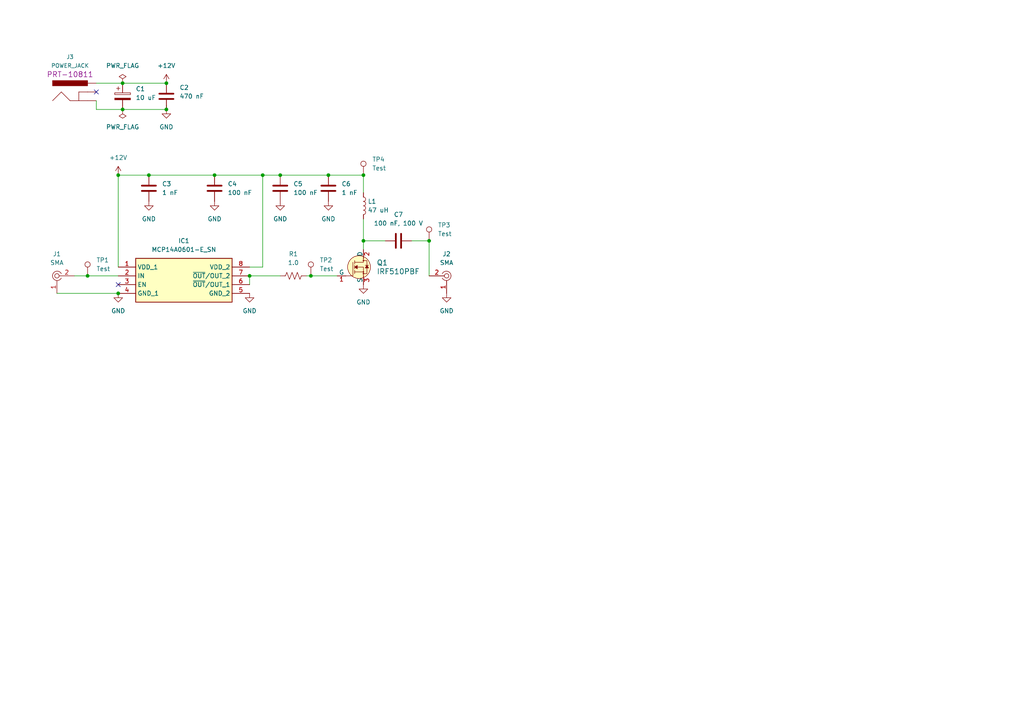
<source format=kicad_sch>
(kicad_sch (version 20230121) (generator eeschema)
  (paper "A4")
  (lib_symbols
    (symbol "Connector:TestPoint" (pin_numbers hide) (pin_names (offset 0.762) hide)
      (property "Reference" "TP" (at 0 6.858 0))
      (property "Value" "TestPoint" (at 0 5.08 0))
      (symbol "TestPoint_0_1"
        (circle (center 0 3.302) (radius 0.762))
      )
      (symbol "TestPoint_1_1"
        (pin passive line (at 0 0 90) (length 2.54) (name "1") (number "1"))
      )
    )
    (symbol "Device:C" (pin_numbers hide) (pin_names (offset 0.254))
      (property "Reference" "C" (at 0.635 2.54 0))
      (property "Value" "C" (at 0.635 -2.54 0))
      (symbol "C_0_1"
        (polyline (pts (xy -2.032 -0.762) (xy 2.032 -0.762)) (stroke (width 0.508)))
        (polyline (pts (xy -2.032 0.762) (xy 2.032 0.762)) (stroke (width 0.508)))
      )
      (symbol "C_1_1"
        (pin passive line (at 0 3.81 270) (length 2.794) (name "~") (number "1"))
        (pin passive line (at 0 -3.81 90) (length 2.794) (name "~") (number "2"))
      )
    )
    (symbol "Device:C_Polarized" (pin_numbers hide) (pin_names (offset 0.254))
      (property "Reference" "C" (at 0.635 2.54 0))
      (property "Value" "C_Polarized" (at 0.635 -2.54 0))
      (symbol "C_Polarized_0_1"
        (rectangle (start -2.286 0.508) (end 2.286 1.016))
        (polyline (pts (xy -1.778 2.286) (xy -0.762 2.286)))
        (polyline (pts (xy -1.27 2.794) (xy -1.27 1.778)))
        (rectangle (start 2.286 -0.508) (end -2.286 -1.016) (fill (type outline)))
      )
      (symbol "C_Polarized_1_1"
        (pin passive line (at 0 3.81 270) (length 2.794) (name "~") (number "1"))
        (pin passive line (at 0 -3.81 90) (length 2.794) (name "~") (number "2"))
      )
    )
    (symbol "Device:L" (pin_numbers hide) (pin_names (offset 1.016) hide)
      (property "Reference" "L" (at -1.27 0 90))
      (property "Value" "L" (at 1.905 0 90))
      (symbol "L_0_1"
        (arc (start 0 -2.54) (mid 0.6323 -1.905) (end 0 -1.27))
        (arc (start 0 -1.27) (mid 0.6323 -0.635) (end 0 0))
        (arc (start 0 0) (mid 0.6323 0.635) (end 0 1.27))
        (arc (start 0 1.27) (mid 0.6323 1.905) (end 0 2.54))
      )
      (symbol "L_1_1"
        (pin passive line (at 0 3.81 270) (length 1.27) (name "1") (number "1"))
        (pin passive line (at 0 -3.81 90) (length 1.27) (name "2") (number "2"))
      )
    )
    (symbol "Device:R_US" (pin_numbers hide) (pin_names (offset 0))
      (property "Reference" "R" (at 2.54 0 90))
      (property "Value" "R_US" (at -2.54 0 90))
      (symbol "R_US_0_1"
        (polyline (pts (xy 0 -2.286) (xy 0 -2.54)))
        (polyline (pts (xy 0 2.286) (xy 0 2.54)))
        (polyline (pts (xy 0 -0.762) (xy 1.016 -1.143) (xy 0 -1.524) (xy -1.016 -1.905) (xy 0 -2.286)))
        (polyline (pts (xy 0 0.762) (xy 1.016 0.381) (xy 0 0) (xy -1.016 -0.381) (xy 0 -0.762)))
        (polyline (pts (xy 0 2.286) (xy 1.016 1.905) (xy 0 1.524) (xy -1.016 1.143) (xy 0 0.762)))
      )
      (symbol "R_US_1_1"
        (pin passive line (at 0 3.81 270) (length 1.27) (name "~") (number "1"))
        (pin passive line (at 0 -3.81 90) (length 1.27) (name "~") (number "2"))
      )
    )
    (symbol "MCP14A0601-E_SN:MCP14A0601-E_SN"
      (property "Reference" "IC" (at 34.29 7.62 0))
      (property "Value" "MCP14A0601-E_SN" (at 34.29 5.08 0))
      (symbol "MCP14A0601-E_SN_1_1"
        (rectangle (start 5.08 2.54) (end 33.02 -10.16) (stroke (width 0.254)) (fill (type background)))
        (pin passive line (at 0 0 0) (length 5.08) (name "VDD_1") (number "1"))
        (pin passive line (at 0 -2.54 0) (length 5.08) (name "IN") (number "2"))
        (pin passive line (at 0 -5.08 0) (length 5.08) (name "EN") (number "3"))
        (pin passive line (at 0 -7.62 0) (length 5.08) (name "GND_1") (number "4"))
        (pin passive line (at 38.1 -7.62 180) (length 5.08) (name "GND_2") (number "5"))
        (pin passive line (at 38.1 -5.08 180) (length 5.08) (name "~{OUT}/OUT_1") (number "6"))
        (pin passive line (at 38.1 -2.54 180) (length 5.08) (name "~{OUT}/OUT_2") (number "7"))
        (pin passive line (at 38.1 0 180) (length 5.08) (name "VDD_2") (number "8"))
      )
    )
    (symbol "SparkFun-Connectors:POWER_JACKPTH_BREAD" (pin_numbers hide) (pin_names (offset 1.016) hide)
      (property "Reference" "J" (at -7.62 3.81 0))
      (property "Value" "POWER_JACKPTH_BREAD" (at -7.62 -5.08 0))
      (property "Field4" "PRT-10811" (at 0 7.62 0))
      (symbol "POWER_JACKPTH_BREAD_1_0"
        (polyline (pts (xy -7.62 -2.54) (xy -5.08 0)))
        (polyline (pts (xy -5.08 0) (xy -2.54 -2.54)))
        (polyline (pts (xy -2.54 -2.54) (xy 0 -2.54)))
        (polyline (pts (xy 0 -2.54) (xy 0 0)))
        (polyline (pts (xy 0 -2.54) (xy 2.54 -2.54)))
        (polyline (pts (xy 0 0) (xy 2.54 0)))
      )
      (symbol "POWER_JACKPTH_BREAD_1_1"
        (rectangle (start -7.62 1.778) (end 2.54 3.302) (fill (type outline)))
        (pin bidirectional line (at 5.08 -2.54 180) (length 2.54) (name "GND") (number "GND"))
        (pin bidirectional line (at 5.08 0 180) (length 2.54) (name "GNDBREAK") (number "GNDB"))
        (pin bidirectional line (at 5.08 2.54 180) (length 2.54) (name "PWR") (number "PWR"))
      )
    )
    (symbol "dk_Coaxial-Connectors-RF:5-1814400-1" (pin_names (offset 1.016))
      (property "Reference" "J" (at -1.27 1.27 0))
      (property "Value" "5-1814400-1" (at 1.27 -2.54 0))
      (symbol "5-1814400-1_1_1"
        (arc (start -1.27 0) (mid -0.2651 -1.3081) (end 1.27 -0.635))
        (circle (center 0 0) (radius 0.635))
        (arc (start 1.27 0.635) (mid -0.2496 1.3256) (end -1.27 0))
        (pin passive line (at 0 -5.08 90) (length 3.683) (name "~") (number "1"))
        (pin passive line (at 5.08 0 180) (length 4.445) (name "~") (number "2"))
      )
    )
    (symbol "dk_Transistors-FETs-MOSFETs-Single:IRF510PBF" (pin_names (offset 0))
      (property "Reference" "Q" (at -2.6924 3.6322 0))
      (property "Value" "IRF510PBF" (at 3.4544 0 90))
      (symbol "IRF510PBF_0_1"
        (circle (center -1.27 0) (radius 3.302) (fill (type background)))
        (circle (center 0 -1.905) (radius 0.127))
        (circle (center 0 -1.397) (radius 0.127))
        (polyline (pts (xy 0 -1.397) (xy -2.54 -1.397)))
        (polyline (pts (xy -5.08 -2.54) (xy -3.048 -2.54) (xy -3.048 1.397)))
        (polyline (pts (xy 0 -2.54) (xy 0 0) (xy -2.54 0)))
        (polyline (pts (xy 0 2.54) (xy 0 1.397) (xy -2.54 1.397)))
        (polyline (pts (xy -0.127 -1.905) (xy 1.016 -1.905) (xy 1.016 1.397) (xy 1.016 1.905) (xy -0.127 1.905)))
        (circle (center 0 1.905) (radius 0.127))
      )
      (symbol "IRF510PBF_1_1"
        (polyline (pts (xy -2.54 -1.397) (xy -2.54 -1.905)))
        (polyline (pts (xy -2.54 -1.397) (xy -2.54 -0.889)))
        (polyline (pts (xy -2.54 0) (xy -2.54 -0.508)))
        (polyline (pts (xy -2.54 0) (xy -2.54 0.508)))
        (polyline (pts (xy -2.54 1.905) (xy -2.54 0.889)))
        (polyline (pts (xy 1.524 0.508) (xy 0.508 0.508)))
        (polyline (pts (xy -2.54 0) (xy -1.778 0.508) (xy -1.778 -0.508) (xy -2.54 0)) (fill (type outline)))
        (polyline (pts (xy 1.016 0.508) (xy 0.508 -0.254) (xy 1.524 -0.254) (xy 1.016 0.508)) (fill (type outline)))
        (pin bidirectional line (at -7.62 -2.54 0) (length 2.54) (name "G") (number "1"))
        (pin bidirectional line (at 0 5.08 270) (length 2.54) (name "D") (number "2"))
        (pin bidirectional line (at 0 -5.08 90) (length 2.54) (name "S") (number "3"))
      )
    )
    (symbol "power:+12V" (power) (pin_names (offset 0))
      (property "Value" "+12V" (at 0 3.556 0))
      (symbol "+12V_0_1"
        (polyline (pts (xy -0.762 1.27) (xy 0 2.54)))
        (polyline (pts (xy 0 0) (xy 0 2.54)))
        (polyline (pts (xy 0 2.54) (xy 0.762 1.27)))
      )
      (symbol "+12V_1_1"
        (pin power_in line (at 0 0 90) (length 0) hide (name "+12V") (number "1"))
      )
    )
    (symbol "power:GND" (power) (pin_names (offset 0))
      (property "Value" "GND" (at 0 -3.81 0))
      (symbol "GND_0_1"
        (polyline (pts (xy 0 0) (xy 0 -1.27) (xy 1.27 -1.27) (xy 0 -2.54) (xy -1.27 -1.27) (xy 0 -1.27)))
      )
      (symbol "GND_1_1"
        (pin power_in line (at 0 0 270) (length 0) hide (name "GND") (number "1"))
      )
    )
    (symbol "power:PWR_FLAG" (power) (pin_numbers hide) (pin_names (offset 0) hide)
      (property "Value" "PWR_FLAG" (at 0 3.81 0))
      (symbol "PWR_FLAG_0_0"
        (pin power_out line (at 0 0 90) (length 0) (name "pwr") (number "1"))
      )
      (symbol "PWR_FLAG_0_1"
        (polyline (pts (xy 0 0) (xy 0 1.27) (xy -1.016 1.905) (xy 0 2.54) (xy 1.016 1.905) (xy 0 1.27)))
      )
    )
  )
  (junction (at 105.41 50.8))
  (junction (at 34.29 50.8))
  (junction (at 95.25 50.8))
  (junction (at 48.26 24.13))
  (junction (at 124.46 69.85))
  (junction (at 35.56 24.13))
  (junction (at 25.4 80.01))
  (junction (at 76.2 50.8))
  (junction (at 34.29 85.09))
  (junction (at 90.17 80.01))
  (junction (at 72.39 80.01))
  (junction (at 105.41 69.85))
  (junction (at 81.28 50.8))
  (junction (at 48.26 31.75))
  (junction (at 62.23 50.8))
  (junction (at 43.18 50.8))
  (junction (at 35.56 31.75))
  (no_connect (at 27.94 26.67))
  (no_connect (at 34.29 82.55))
  (wire (pts (xy 27.94 24.13) (xy 35.56 24.13)))
  (wire (pts (xy 34.29 50.8) (xy 43.18 50.8)))
  (wire (pts (xy 81.28 80.01) (xy 72.39 80.01)))
  (wire (pts (xy 48.26 30.48) (xy 48.26 31.75)))
  (wire (pts (xy 105.41 63.5) (xy 105.41 69.85)))
  (wire (pts (xy 90.17 80.01) (xy 97.79 80.01)))
  (wire (pts (xy 76.2 50.8) (xy 81.28 50.8)))
  (wire (pts (xy 43.18 50.8) (xy 62.23 50.8)))
  (wire (pts (xy 81.28 50.8) (xy 95.25 50.8)))
  (wire (pts (xy 105.41 69.85) (xy 105.41 72.39)))
  (wire (pts (xy 90.17 80.01) (xy 88.9 80.01)))
  (wire (pts (xy 25.4 80.01) (xy 34.29 80.01)))
  (wire (pts (xy 62.23 50.8) (xy 76.2 50.8)))
  (wire (pts (xy 105.41 69.85) (xy 111.76 69.85)))
  (wire (pts (xy 72.39 80.01) (xy 72.39 82.55)))
  (wire (pts (xy 35.56 31.75) (xy 48.26 31.75)))
  (wire (pts (xy 119.38 69.85) (xy 124.46 69.85)))
  (wire (pts (xy 124.46 69.85) (xy 124.46 80.01)))
  (wire (pts (xy 95.25 50.8) (xy 105.41 50.8)))
  (wire (pts (xy 76.2 77.47) (xy 76.2 50.8)))
  (wire (pts (xy 27.94 31.75) (xy 35.56 31.75)))
  (wire (pts (xy 21.59 80.01) (xy 25.4 80.01)))
  (wire (pts (xy 34.29 50.8) (xy 34.29 77.47)))
  (wire (pts (xy 16.51 85.09) (xy 34.29 85.09)))
  (wire (pts (xy 105.41 50.8) (xy 105.41 55.88)))
  (wire (pts (xy 76.2 77.47) (xy 72.39 77.47)))
  (wire (pts (xy 27.94 31.75) (xy 27.94 29.21)))
  (wire (pts (xy 35.56 24.13) (xy 48.26 24.13)))
  (symbol (lib_id "power:+12V") (at 48.26 24.13 0) (unit 1)
    (property "Reference" "#PWR02" (effects hide))
    (property "Value" "+12V" (at 48.26 19.05 0))
  )
  (symbol (lib_id "Device:C") (at 115.57 69.85 90) (unit 1)
    (property "Reference" "C7" (at 115.57 62.23 90))
    (property "Value" "100 nF, 100 V" (at 115.57 64.77 90))
    (property "Footprint" "Capacitor_SMD:C_0805_2012Metric" (effects hide))
  )
  (symbol (lib_id "power:GND") (at 62.23 58.42 0) (unit 1)
    (property "Reference" "#PWR09" (effects hide))
    (property "Value" "GND" (at 62.23 63.5 0))
  )
  (symbol (lib_id "Device:C") (at 81.28 54.61 0) (unit 1)
    (property "Reference" "C5" (at 85.09 53.34 0) (effects (justify left)))
    (property "Value" "100 nF" (at 85.09 55.88 0) (effects (justify left)))
    (property "Footprint" "Capacitor_SMD:C_0805_2012Metric" (effects hide))
  )
  (symbol (lib_id "Connector:TestPoint") (at 105.41 50.8 0) (unit 1)
    (property "Reference" "TP4" (at 107.95 46.228 0) (effects (justify left)))
    (property "Value" "Test" (at 107.95 48.768 0) (effects (justify left)))
    (property "Footprint" "TestPoint:TestPoint_THTPad_D3.0mm_Drill1.5mm" (effects hide))
  )
  (symbol (lib_id "power:GND") (at 72.39 85.09 0) (unit 1)
    (property "Reference" "#PWR04" (effects hide))
    (property "Value" "GND" (at 72.39 90.17 0))
  )
  (symbol (lib_id "Device:L") (at 105.41 59.69 0) (unit 1)
    (property "Reference" "L1" (at 106.68 58.42 0) (effects (justify left)))
    (property "Value" "47 uH" (at 106.68 60.96 0) (effects (justify left)))
    (property "Footprint" "Inductor_THT:L_Toroid_Horizontal_D9.5mm_P15.00mm_Diameter10-5mm_Amidon-T37" (effects hide))
  )
  (symbol (lib_id "dk_Coaxial-Connectors-RF:5-1814400-1") (at 129.54 80.01 0) (mirror y) (unit 1)
    (property "Reference" "J2" (at 129.5401 73.66 0))
    (property "Value" "SMA" (at 129.5401 76.2 0))
    (property "Footprint" "digikey-footprints:RF_SMA_RightAngle_5-1814400-1" (effects hide))
    (property "Datasheet" "https://www.te.com/commerce/DocumentDelivery/DDEController?Action=srchrtrv&DocNm=1814400&DocType=Customer+Drawing&DocLang=English" (effects hide))
    (property "Digi-Key_PN" "A97593-ND" (effects hide))
    (property "MPN" "5-1814400-1" (effects hide))
    (property "Category" "Connectors, Interconnects" (effects hide))
    (property "Family" "Coaxial Connectors (RF)" (effects hide))
    (property "DK_Datasheet_Link" "https://www.te.com/commerce/DocumentDelivery/DDEController?Action=srchrtrv&DocNm=1814400&DocType=Customer+Drawing&DocLang=English" (effects hide))
    (property "DK_Detail_Page" "/product-detail/en/te-connectivity-amp-connectors/5-1814400-1/A97593-ND/1755981" (effects hide))
    (property "Description" "CONN SMA JACK R/A 50 OHM PCB" (effects hide))
    (property "Manufacturer" "TE Connectivity AMP Connectors" (effects hide))
    (property "Status" "Active" (effects hide))
  )
  (symbol (lib_id "Device:C") (at 43.18 54.61 0) (unit 1)
    (property "Reference" "C3" (at 46.99 53.34 0) (effects (justify left)))
    (property "Value" "1 nF" (at 46.99 55.88 0) (effects (justify left)))
    (property "Footprint" "Capacitor_SMD:C_0805_2012Metric" (effects hide))
  )
  (symbol (lib_id "Connector:TestPoint") (at 124.46 69.85 0) (unit 1)
    (property "Reference" "TP3" (at 127 65.278 0) (effects (justify left)))
    (property "Value" "Test" (at 127 67.818 0) (effects (justify left)))
    (property "Footprint" "TestPoint:TestPoint_THTPad_D3.0mm_Drill1.5mm" (effects hide))
  )
  (symbol (lib_id "power:GND") (at 129.54 85.09 0) (unit 1)
    (property "Reference" "#PWR010" (effects hide))
    (property "Value" "GND" (at 129.54 90.17 0))
  )
  (symbol (lib_id "Device:R_US") (at 85.09 80.01 270) (unit 1)
    (property "Reference" "R1" (at 85.09 73.66 90))
    (property "Value" "1.0" (at 85.09 76.2 90))
    (property "Footprint" "Resistor_SMD:R_0805_2012Metric" (effects hide))
  )
  (symbol (lib_id "MCP14A0601-E_SN:MCP14A0601-E_SN") (at 34.29 77.47 0) (unit 1)
    (property "Reference" "IC1" (at 53.34 69.85 0))
    (property "Value" "MCP14A0601-E_SN" (at 53.34 72.39 0))
    (property "Footprint" "SOIC127P600X175-8N" (effects hide))
    (property "Datasheet" "https://www.arrow.com/en/products/mcp14a0601-esn/microchip-technology" (effects hide))
    (property "Height" "1.75" (effects hide))
    (property "Mouser Part Number" "579-MCP14A0601-E/SN" (effects hide))
    (property "Mouser Price/Stock" "https://www.mouser.co.uk/ProductDetail/Microchip-Technology/MCP14A0601-E-SN?qs=IP4CA2YhK0AgOYVk%252Bovogw%3D%3D" (effects hide))
    (property "Manufacturer_Name" "Microchip" (effects hide))
    (property "Manufacturer_Part_Number" "MCP14A0601-E/SN" (effects hide))
  )
  (symbol (lib_id "power:PWR_FLAG") (at 35.56 31.75 180) (unit 1)
    (property "Reference" "#FLG02" (effects hide))
    (property "Value" "PWR_FLAG" (at 35.56 36.83 0))
  )
  (symbol (lib_id "Connector:TestPoint") (at 25.4 80.01 0) (unit 1)
    (property "Reference" "TP1" (at 27.94 75.438 0) (effects (justify left)))
    (property "Value" "Test" (at 27.94 77.978 0) (effects (justify left)))
    (property "Footprint" "TestPoint:TestPoint_THTPad_D3.0mm_Drill1.5mm" (effects hide))
  )
  (symbol (lib_id "power:GND") (at 105.41 82.55 0) (unit 1)
    (property "Reference" "#PWR07" (effects hide))
    (property "Value" "GND" (at 105.41 87.63 0))
  )
  (symbol (lib_id "dk_Transistors-FETs-MOSFETs-Single:IRF510PBF") (at 105.41 77.47 0) (unit 1)
    (property "Reference" "Q1" (at 109.22 76.2 0) (effects (font (size 1.524 1.524)) (justify left)))
    (property "Value" "IRF510PBF" (at 109.22 78.74 0) (effects (font (size 1.524 1.524)) (justify left)))
    (property "Footprint" "digikey-footprints:TO-220-3" (effects hide))
    (property "Datasheet" "http://www.vishay.com/docs/91015/sihf510.pdf" (effects hide))
    (property "Digi-Key_PN" "IRF510PBF-ND" (effects hide))
    (property "MPN" "IRF510PBF" (effects hide))
    (property "Category" "Discrete Semiconductor Products" (effects hide))
    (property "Family" "Transistors - FETs, MOSFETs - Single" (effects hide))
    (property "DK_Datasheet_Link" "http://www.vishay.com/docs/91015/sihf510.pdf" (effects hide))
    (property "DK_Detail_Page" "/product-detail/en/vishay-siliconix/IRF510PBF/IRF510PBF-ND/811710" (effects hide))
    (property "Description" "MOSFET N-CH 100V 5.6A TO-220AB" (effects hide))
    (property "Manufacturer" "Vishay Siliconix" (effects hide))
    (property "Status" "Active" (effects hide))
  )
  (symbol (lib_id "power:GND") (at 81.28 58.42 0) (unit 1)
    (property "Reference" "#PWR08" (effects hide))
    (property "Value" "GND" (at 81.28 63.5 0))
  )
  (symbol (lib_id "Device:C") (at 62.23 54.61 0) (unit 1)
    (property "Reference" "C4" (at 66.04 53.34 0) (effects (justify left)))
    (property "Value" "100 nF" (at 66.04 55.88 0) (effects (justify left)))
    (property "Footprint" "Capacitor_SMD:C_0805_2012Metric" (effects hide))
  )
  (symbol (lib_id "dk_Coaxial-Connectors-RF:5-1814400-1") (at 16.51 80.01 0) (unit 1)
    (property "Reference" "J1" (at 16.5099 73.66 0))
    (property "Value" "SMA" (at 16.5099 76.2 0))
    (property "Footprint" "digikey-footprints:RF_SMA_RightAngle_5-1814400-1" (effects hide))
    (property "Datasheet" "https://www.te.com/commerce/DocumentDelivery/DDEController?Action=srchrtrv&DocNm=1814400&DocType=Customer+Drawing&DocLang=English" (effects hide))
    (property "Digi-Key_PN" "A97593-ND" (effects hide))
    (property "MPN" "5-1814400-1" (effects hide))
    (property "Category" "Connectors, Interconnects" (effects hide))
    (property "Family" "Coaxial Connectors (RF)" (effects hide))
    (property "DK_Datasheet_Link" "https://www.te.com/commerce/DocumentDelivery/DDEController?Action=srchrtrv&DocNm=1814400&DocType=Customer+Drawing&DocLang=English" (effects hide))
    (property "DK_Detail_Page" "/product-detail/en/te-connectivity-amp-connectors/5-1814400-1/A97593-ND/1755981" (effects hide))
    (property "Description" "CONN SMA JACK R/A 50 OHM PCB" (effects hide))
    (property "Manufacturer" "TE Connectivity AMP Connectors" (effects hide))
    (property "Status" "Active" (effects hide))
  )
  (symbol (lib_id "power:GND") (at 95.25 58.42 0) (unit 1)
    (property "Reference" "#PWR05" (effects hide))
    (property "Value" "GND" (at 95.25 63.5 0))
  )
  (symbol (lib_id "Device:C_Polarized") (at 35.56 27.94 0) (unit 1)
    (property "Reference" "C1" (at 39.37 25.781 0) (effects (justify left)))
    (property "Value" "10 uF" (at 39.37 28.321 0) (effects (justify left)))
    (property "Footprint" "Capacitors:PANASONIC_C" (effects hide))
  )
  (symbol (lib_id "power:PWR_FLAG") (at 35.56 24.13 0) (unit 1)
    (property "Reference" "#FLG01" (effects hide))
    (property "Value" "PWR_FLAG" (at 35.56 19.05 0))
  )
  (symbol (lib_id "power:GND") (at 43.18 58.42 0) (unit 1)
    (property "Reference" "#PWR06" (effects hide))
    (property "Value" "GND" (at 43.18 63.5 0))
  )
  (symbol (lib_id "power:GND") (at 48.26 31.75 0) (unit 1)
    (property "Reference" "#PWR01" (effects hide))
    (property "Value" "GND" (at 48.26 36.83 0))
  )
  (symbol (lib_id "Device:C") (at 48.26 27.94 0) (unit 1)
    (property "Reference" "C2" (at 52.07 25.4 0) (effects (justify left)))
    (property "Value" "470 nF" (at 52.07 27.94 0) (effects (justify left)))
    (property "Footprint" "Capacitor_SMD:C_0805_2012Metric" (effects hide))
  )
  (symbol (lib_id "SparkFun-Connectors:POWER_JACKPTH_BREAD") (at 22.86 26.67 0) (unit 1)
    (property "Reference" "J3" (at 20.32 16.51 0) (effects (font (size 1.143 1.143))))
    (property "Value" "POWER_JACK" (at 20.32 19.05 0) (effects (font (size 1.143 1.143))))
    (property "Footprint" "POWER_JACK_PTH_BREAD" (effects hide))
    (property "Field4" "PRT-10811" (at 20.32 21.59 0) (effects (font (size 1.524 1.524))))
  )
  (symbol (lib_id "Connector:TestPoint") (at 90.17 80.01 0) (unit 1)
    (property "Reference" "TP2" (at 92.71 75.438 0) (effects (justify left)))
    (property "Value" "Test" (at 92.71 77.978 0) (effects (justify left)))
    (property "Footprint" "TestPoint:TestPoint_THTPad_D3.0mm_Drill1.5mm" (effects hide))
  )
  (symbol (lib_id "power:GND") (at 34.29 85.09 0) (unit 1)
    (property "Reference" "#PWR03" (effects hide))
    (property "Value" "GND" (at 34.29 90.17 0))
  )
  (symbol (lib_id "power:+12V") (at 34.29 50.8 0) (unit 1)
    (property "Reference" "#PWR011" (effects hide))
    (property "Value" "+12V" (at 34.29 45.72 0))
  )
  (symbol (lib_id "Device:C") (at 95.25 54.61 0) (unit 1)
    (property "Reference" "C6" (at 99.06 53.34 0) (effects (justify left)))
    (property "Value" "1 nF" (at 99.06 55.88 0) (effects (justify left)))
    (property "Footprint" "Capacitor_SMD:C_0805_2012Metric" (effects hide))
  )
)
</source>
